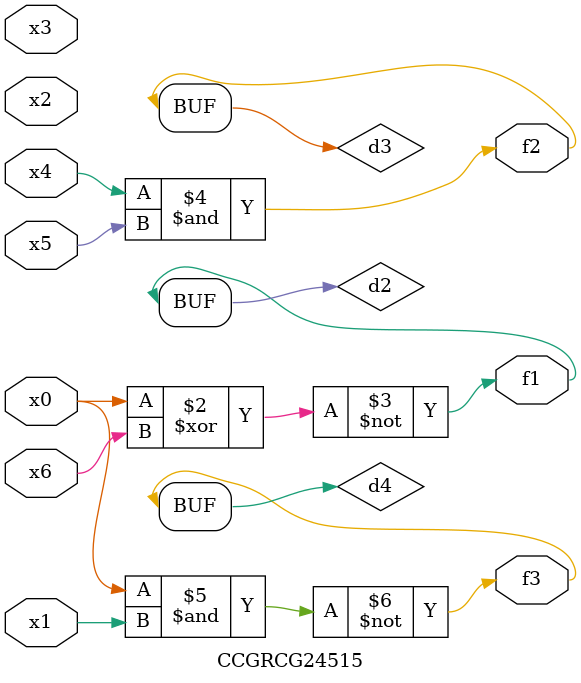
<source format=v>
module CCGRCG24515(
	input x0, x1, x2, x3, x4, x5, x6,
	output f1, f2, f3
);

	wire d1, d2, d3, d4;

	nor (d1, x0);
	xnor (d2, x0, x6);
	and (d3, x4, x5);
	nand (d4, x0, x1);
	assign f1 = d2;
	assign f2 = d3;
	assign f3 = d4;
endmodule

</source>
